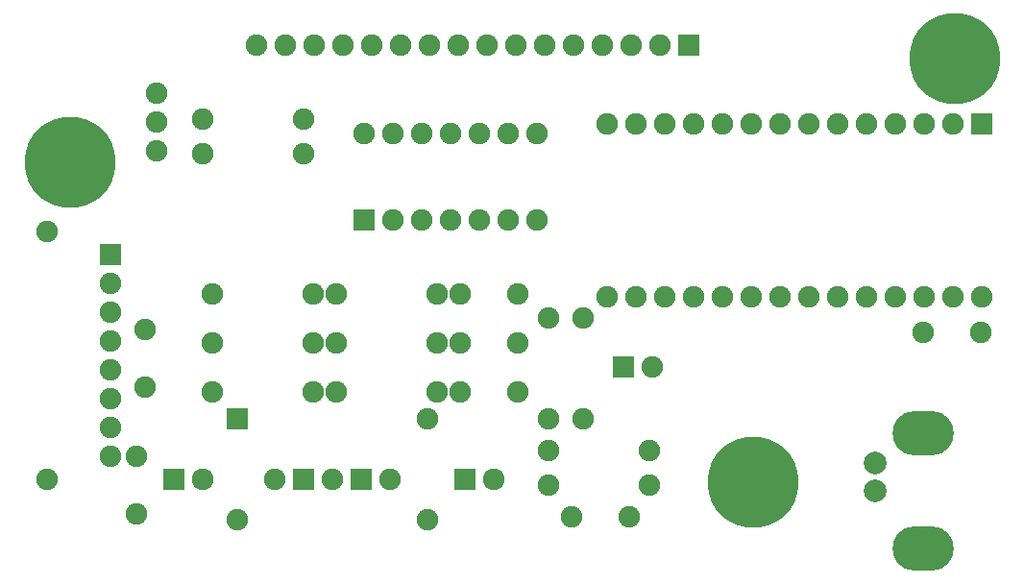
<source format=gbr>
G04 #@! TF.FileFunction,Soldermask,Top*
%FSLAX46Y46*%
G04 Gerber Fmt 4.6, Leading zero omitted, Abs format (unit mm)*
G04 Created by KiCad (PCBNEW 4.0.7) date 2018 April 27, Friday 09:59:32*
%MOMM*%
%LPD*%
G01*
G04 APERTURE LIST*
%ADD10C,0.100000*%
%ADD11C,1.900000*%
%ADD12R,1.900000X1.900000*%
%ADD13C,8.000000*%
%ADD14O,5.401260X3.900120*%
%ADD15C,2.000200*%
%ADD16C,1.924000*%
%ADD17R,1.924000X1.900000*%
G04 APERTURE END LIST*
D10*
D11*
X173101000Y-104521000D03*
X178181000Y-104521000D03*
X173101000Y-100203000D03*
X178181000Y-100203000D03*
X173101000Y-95885000D03*
X178181000Y-95885000D03*
X218948000Y-99314000D03*
X213868000Y-99314000D03*
X145288000Y-99060000D03*
X145288000Y-104140000D03*
X144526000Y-110236000D03*
X144526000Y-115316000D03*
D12*
X153416000Y-106934000D03*
D11*
X153416000Y-115824000D03*
X146304000Y-83312000D03*
X146304000Y-80772000D03*
X146304000Y-78232000D03*
X151257000Y-104521000D03*
X160147000Y-104521000D03*
X162179000Y-104521000D03*
X171069000Y-104521000D03*
X151257000Y-100203000D03*
X160147000Y-100203000D03*
X162179000Y-100203000D03*
X171069000Y-100203000D03*
X151257000Y-95885000D03*
X160147000Y-95885000D03*
X162179000Y-95885000D03*
X171069000Y-95885000D03*
X150368000Y-80518000D03*
X159258000Y-80518000D03*
X150368000Y-83566000D03*
X159258000Y-83566000D03*
X183896000Y-106934000D03*
X183896000Y-98044000D03*
X180848000Y-98044000D03*
X180848000Y-106934000D03*
X170180000Y-106934000D03*
X170180000Y-115824000D03*
D12*
X164592000Y-89408000D03*
D11*
X167132000Y-89408000D03*
X169672000Y-89408000D03*
X172212000Y-89408000D03*
X174752000Y-89408000D03*
X177292000Y-89408000D03*
X179832000Y-89408000D03*
X179832000Y-81788000D03*
X177292000Y-81788000D03*
X174752000Y-81788000D03*
X172212000Y-81788000D03*
X169672000Y-81788000D03*
X167132000Y-81788000D03*
X164592000Y-81788000D03*
X142240000Y-110236000D03*
X142240000Y-107696000D03*
X142240000Y-105156000D03*
X142240000Y-102616000D03*
X142240000Y-100076000D03*
X142240000Y-97536000D03*
X142240000Y-94996000D03*
D12*
X142240000Y-92456000D03*
D13*
X216662000Y-75184000D03*
X138684000Y-84328000D03*
X198882000Y-112522000D03*
D12*
X187452000Y-102362000D03*
D11*
X189992000Y-102362000D03*
D12*
X219075000Y-80899000D03*
D11*
X216535000Y-80899000D03*
X213995000Y-80899000D03*
X211455000Y-80899000D03*
X208915000Y-80899000D03*
X206375000Y-80899000D03*
X203835000Y-80899000D03*
X201295000Y-80899000D03*
X198755000Y-80899000D03*
X196215000Y-80899000D03*
X193675000Y-80899000D03*
X191135000Y-80899000D03*
X188595000Y-80899000D03*
X186055000Y-80899000D03*
X186055000Y-96139000D03*
X188595000Y-96139000D03*
X191135000Y-96139000D03*
X193675000Y-96139000D03*
X196215000Y-96139000D03*
X198755000Y-96139000D03*
X201295000Y-96139000D03*
X203835000Y-96139000D03*
X206375000Y-96139000D03*
X208915000Y-96139000D03*
X211455000Y-96139000D03*
X213995000Y-96139000D03*
X216535000Y-96139000D03*
X219075000Y-96139000D03*
X136652000Y-112268000D03*
X136652000Y-90424000D03*
D14*
X213893400Y-108186220D03*
X213893400Y-118384320D03*
D15*
X209628740Y-113284000D03*
X209628740Y-110784640D03*
D12*
X147828000Y-112268000D03*
D16*
X150368000Y-112268000D03*
D12*
X173482000Y-112268000D03*
D16*
X176022000Y-112268000D03*
D11*
X156718000Y-112268000D03*
D17*
X159258000Y-112268000D03*
D11*
X166878000Y-112268000D03*
D17*
X164338000Y-112268000D03*
D11*
X161798000Y-112268000D03*
X182880000Y-115570000D03*
X187960000Y-115570000D03*
X180848000Y-109728000D03*
X189738000Y-109728000D03*
X180848000Y-112776000D03*
X189738000Y-112776000D03*
D12*
X193205100Y-74015600D03*
D11*
X190665100Y-74015600D03*
X188125100Y-74015600D03*
X185585100Y-74015600D03*
X183045100Y-74015600D03*
X180505100Y-74015600D03*
X177965100Y-74015600D03*
X175425100Y-74015600D03*
X172885100Y-74015600D03*
X170345100Y-74015600D03*
X167805100Y-74015600D03*
X165265100Y-74015600D03*
X162725100Y-74015600D03*
X160185100Y-74015600D03*
X157645100Y-74015600D03*
X155105100Y-74015600D03*
M02*

</source>
